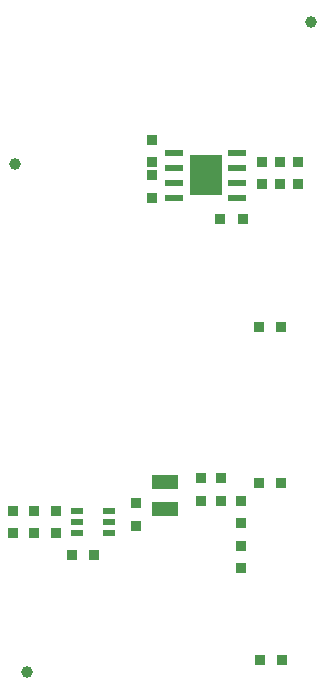
<source format=gtp>
G04*
G04 #@! TF.GenerationSoftware,Altium Limited,Altium Designer,20.2.6 (244)*
G04*
G04 Layer_Color=8421504*
%FSLAX25Y25*%
%MOIN*%
G70*
G04*
G04 #@! TF.SameCoordinates,04C6FB98-C132-4BDF-BA0D-42352629C039*
G04*
G04*
G04 #@! TF.FilePolarity,Positive*
G04*
G01*
G75*
%ADD14R,0.03543X0.03543*%
%ADD15R,0.03543X0.03543*%
%ADD16R,0.10669X0.13386*%
%ADD17R,0.06102X0.02362*%
%ADD18R,0.04331X0.02362*%
%ADD19R,0.08740X0.04724*%
%ADD20C,0.03937*%
D14*
X101969Y181693D02*
D03*
Y174213D02*
D03*
X83071Y68701D02*
D03*
Y61221D02*
D03*
X53543Y188976D02*
D03*
Y181496D02*
D03*
X96063Y174213D02*
D03*
Y181693D02*
D03*
X90158Y174213D02*
D03*
Y181693D02*
D03*
X53543Y169685D02*
D03*
Y177165D02*
D03*
X7087Y57874D02*
D03*
Y65354D02*
D03*
X14173Y57874D02*
D03*
Y65354D02*
D03*
X76378Y76181D02*
D03*
Y68701D02*
D03*
X69685Y76181D02*
D03*
Y68701D02*
D03*
X83071Y53740D02*
D03*
Y46260D02*
D03*
X21260Y57874D02*
D03*
Y65354D02*
D03*
X48031Y67913D02*
D03*
Y60433D02*
D03*
D15*
X83661Y162598D02*
D03*
X76181D02*
D03*
X88976Y126772D02*
D03*
X96457D02*
D03*
X26575Y50787D02*
D03*
X34055D02*
D03*
X89370Y15748D02*
D03*
X96850D02*
D03*
X88976Y74803D02*
D03*
X96457D02*
D03*
D16*
X71260Y177165D02*
D03*
D17*
X81890Y169665D02*
D03*
Y174665D02*
D03*
Y179665D02*
D03*
Y184665D02*
D03*
X60630Y169665D02*
D03*
Y174665D02*
D03*
Y179665D02*
D03*
Y184665D02*
D03*
D18*
X28346Y65354D02*
D03*
Y61614D02*
D03*
Y57874D02*
D03*
X38976D02*
D03*
Y61614D02*
D03*
Y65354D02*
D03*
D19*
X57874Y74843D02*
D03*
Y66102D02*
D03*
D20*
X11811Y11811D02*
D03*
X7874Y181102D02*
D03*
X106299Y228346D02*
D03*
M02*

</source>
